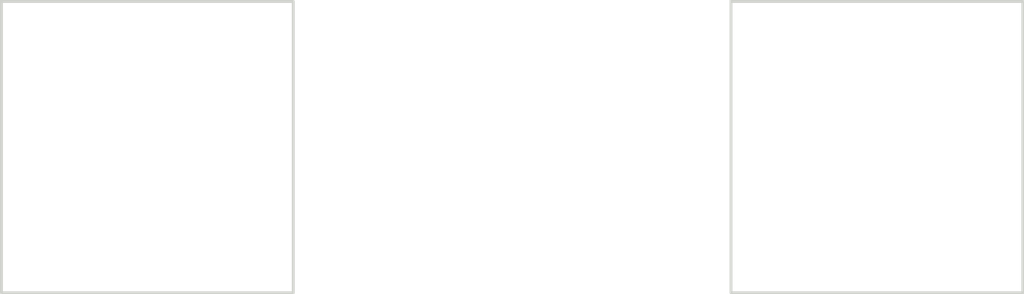
<source format=kicad_pcb>
(kicad_pcb (version 20221018) (generator pcbnew)

  (general
    (thickness 1.6)
  )

  (paper "A4")
  (layers
    (0 "F.Cu" signal)
    (31 "B.Cu" signal)
    (32 "B.Adhes" user "B.Adhesive")
    (33 "F.Adhes" user "F.Adhesive")
    (34 "B.Paste" user)
    (35 "F.Paste" user)
    (36 "B.SilkS" user "B.Silkscreen")
    (37 "F.SilkS" user "F.Silkscreen")
    (38 "B.Mask" user)
    (39 "F.Mask" user)
    (40 "Dwgs.User" user "User.Drawings")
    (41 "Cmts.User" user "User.Comments")
    (42 "Eco1.User" user "User.Eco1")
    (43 "Eco2.User" user "User.Eco2")
    (44 "Edge.Cuts" user)
    (45 "Margin" user)
    (46 "B.CrtYd" user "B.Courtyard")
    (47 "F.CrtYd" user "F.Courtyard")
    (48 "B.Fab" user)
    (49 "F.Fab" user)
    (50 "User.1" user)
    (51 "User.2" user)
    (52 "User.3" user)
    (53 "User.4" user)
    (54 "User.5" user)
    (55 "User.6" user)
    (56 "User.7" user)
    (57 "User.8" user)
    (58 "User.9" user)
  )

  (setup
    (pad_to_mask_clearance 0)
    (pcbplotparams
      (layerselection 0x00010fc_ffffffff)
      (plot_on_all_layers_selection 0x0000000_00000000)
      (disableapertmacros false)
      (usegerberextensions false)
      (usegerberattributes true)
      (usegerberadvancedattributes true)
      (creategerberjobfile true)
      (dashed_line_dash_ratio 12.000000)
      (dashed_line_gap_ratio 3.000000)
      (svgprecision 4)
      (plotframeref false)
      (viasonmask false)
      (mode 1)
      (useauxorigin false)
      (hpglpennumber 1)
      (hpglpenspeed 20)
      (hpglpendiameter 15.000000)
      (dxfpolygonmode true)
      (dxfimperialunits true)
      (dxfusepcbnewfont true)
      (psnegative false)
      (psa4output false)
      (plotreference true)
      (plotvalue true)
      (plotinvisibletext false)
      (sketchpadsonfab false)
      (subtractmaskfromsilk false)
      (outputformat 1)
      (mirror false)
      (drillshape 1)
      (scaleselection 1)
      (outputdirectory "")
    )
  )

  (net 0 "")

  (gr_rect (start 100 100) (end 120 120)
    (stroke (width 0.2) (type default)) (fill none) (layer "Edge.Cuts") (tstamp 52bc35b0-9efd-45a9-ad94-32856ef24195))
  (gr_rect (start 150 100) (end 170 120)
    (stroke (width 0.2) (type default)) (fill none) (layer "Edge.Cuts") (tstamp 7058b1d1-0e0d-48fd-ac26-af83f95e275c))

)

</source>
